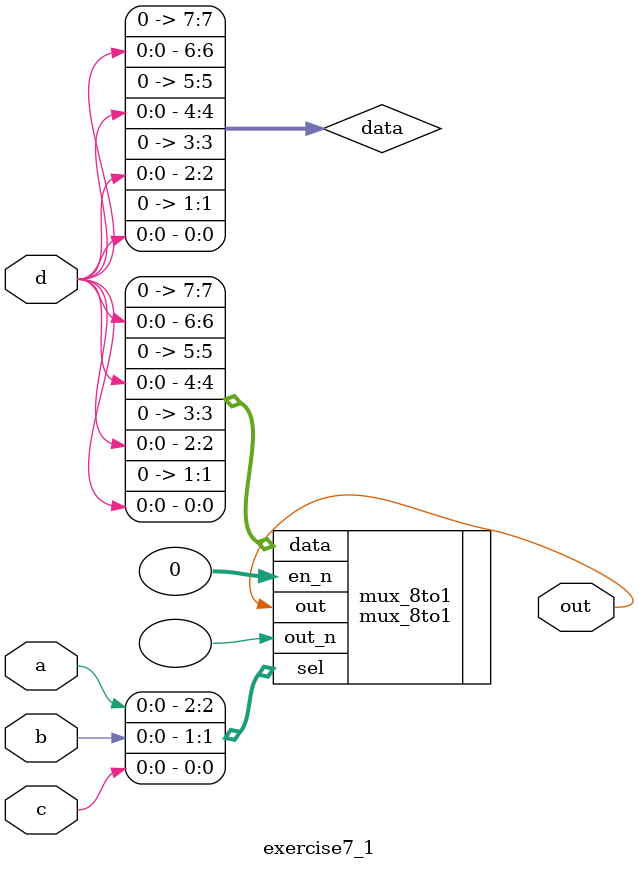
<source format=v>
module exercise7_1(
  out,
  a, b, c, d
);

  output out;
  input  a, b, c, d;
  wire   [7:0] data;

  assign data[0] = d;
  assign data[1] = 0;
  assign data[2] = d;
  assign data[3] = 0;
  assign data[4] = d;
  assign data[5] = 0;
  assign data[6] = d;
  assign data[7] = 0;

  mux_8to1 mux_8to1(
    .out(out),
    .out_n(),
    .data(data),
    .sel({a, b, c}),
    .en_n(0)
  );

endmodule

</source>
